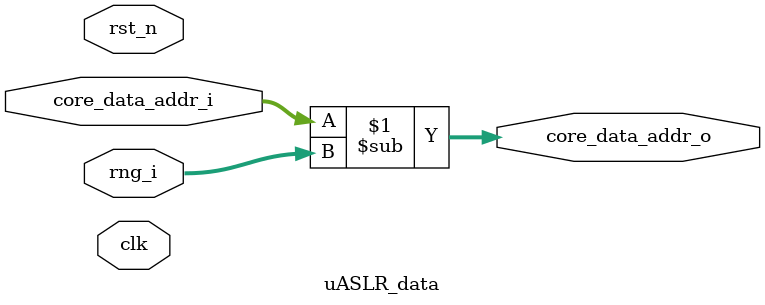
<source format=sv>
module uASLR_data #(
	parameter DATA_ADDR_WIDTH = 32,
	parameter RNG_WIDTH = 32	
)
(
 input logic clk,
 input logic rst_n,
 input logic [RNG_WIDTH-1:0] rng_i, 
 input logic [DATA_ADDR_WIDTH-1:0] core_data_addr_i,
 
 output logic [DATA_ADDR_WIDTH-1:0] core_data_addr_o
);

assign core_data_addr_o = core_data_addr_i - rng_i;

endmodule

</source>
